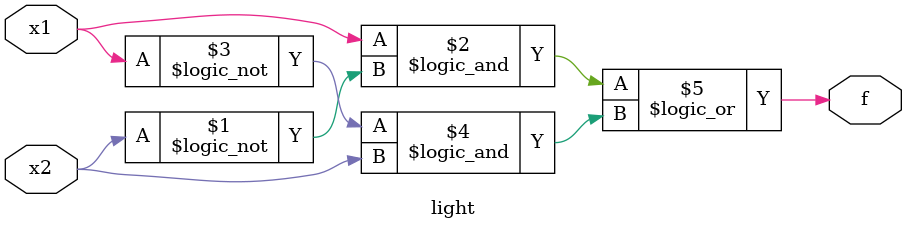
<source format=v>
module light(
	//Entradas
	input x1,x2,
	//Salida
	output f
);
// logica para mandar un pulso de salida (F = x1 XOR x2)
assign f = (x1 && (!x2)) || ((!x1)&& x2);
endmodule

</source>
